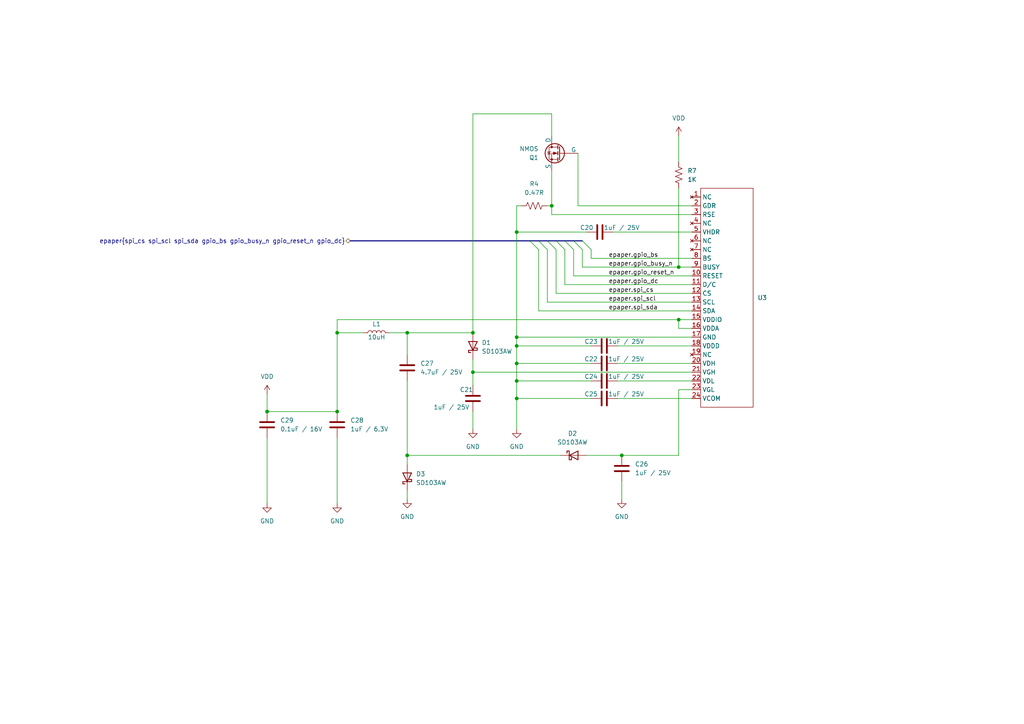
<source format=kicad_sch>
(kicad_sch (version 20230121) (generator eeschema)
  (paper "A4")
  (lib_symbols
    (symbol "Device:C" (pin_numbers hide) (pin_names (offset 0.254))
      (property "Reference" "C" (at 0.635 2.54 0))
      (property "Value" "C" (at 0.635 -2.54 0))
      (symbol "C_0_1"
        (polyline (pts (xy -2.032 -0.762) (xy 2.032 -0.762)) (stroke (width 0.508)))
        (polyline (pts (xy -2.032 0.762) (xy 2.032 0.762)) (stroke (width 0.508)))
      )
      (symbol "C_1_1"
        (pin passive line (at 0 3.81 270) (length 2.794) (name "~") (number "1"))
        (pin passive line (at 0 -3.81 90) (length 2.794) (name "~") (number "2"))
      )
    )
    (symbol "Device:R_US" (pin_numbers hide) (pin_names (offset 0))
      (property "Reference" "R" (at 2.54 0 90))
      (property "Value" "R_US" (at -2.54 0 90))
      (symbol "R_US_0_1"
        (polyline (pts (xy 0 -2.286) (xy 0 -2.54)))
        (polyline (pts (xy 0 2.286) (xy 0 2.54)))
        (polyline (pts (xy 0 -0.762) (xy 1.016 -1.143) (xy 0 -1.524) (xy -1.016 -1.905) (xy 0 -2.286)))
        (polyline (pts (xy 0 0.762) (xy 1.016 0.381) (xy 0 0) (xy -1.016 -0.381) (xy 0 -0.762)))
        (polyline (pts (xy 0 2.286) (xy 1.016 1.905) (xy 0 1.524) (xy -1.016 1.143) (xy 0 0.762)))
      )
      (symbol "R_US_1_1"
        (pin passive line (at 0 3.81 270) (length 1.27) (name "~") (number "1"))
        (pin passive line (at 0 -3.81 90) (length 1.27) (name "~") (number "2"))
      )
    )
    (symbol "NoahDisplays:E2154QS0F1"
      (property "Reference" "U" (at 0 0 0))
      (symbol "E2154QS0F1_0_0"
        (pin no_connect line (at 0 0 0) (length 2.54) (name "NC") (number "1"))
        (pin input line (at 0 -22.86 0) (length 2.54) (name "RESET") (number "10"))
        (pin input line (at 0 -25.4 0) (length 2.54) (name "D/C") (number "11"))
        (pin input line (at 0 -27.94 0) (length 2.54) (name "CS") (number "12"))
        (pin input line (at 0 -30.48 0) (length 2.54) (name "SCL") (number "13"))
        (pin input line (at 0 -33.02 0) (length 2.54) (name "SDA") (number "14"))
        (pin power_in line (at 0 -35.56 0) (length 2.54) (name "VDDIO") (number "15"))
        (pin power_in line (at 0 -38.1 0) (length 2.54) (name "VDDA") (number "16"))
        (pin power_in line (at 0 -40.64 0) (length 2.54) (name "GND") (number "17"))
        (pin power_in line (at 0 -43.18 0) (length 2.54) (name "VDDD") (number "18"))
        (pin no_connect line (at 0 -45.72 0) (length 2.54) (name "NC") (number "19"))
        (pin input line (at 0 -2.54 0) (length 2.54) (name "GDR") (number "2"))
        (pin power_in line (at 0 -48.26 0) (length 2.54) (name "VDH") (number "20"))
        (pin power_in line (at 0 -50.8 0) (length 2.54) (name "VGH") (number "21"))
        (pin power_in line (at 0 -53.34 0) (length 2.54) (name "VDL") (number "22"))
        (pin power_in line (at 0 -55.88 0) (length 2.54) (name "VGL") (number "23"))
        (pin power_in line (at 0 -58.42 0) (length 2.54) (name "VCOM") (number "24"))
        (pin input line (at 0 -5.08 0) (length 2.54) (name "RSE") (number "3"))
        (pin no_connect line (at 0 -7.62 0) (length 2.54) (name "NC") (number "4"))
        (pin power_in line (at 0 -10.16 0) (length 2.54) (name "VHDR") (number "5"))
        (pin no_connect line (at 0 -12.7 0) (length 2.54) (name "NC") (number "6"))
        (pin no_connect line (at 0 -15.24 0) (length 2.54) (name "NC") (number "7"))
        (pin power_in line (at 0 -17.78 0) (length 2.54) (name "BS") (number "8"))
        (pin output line (at 0 -20.32 0) (length 2.54) (name "BUSY") (number "9"))
      )
      (symbol "E2154QS0F1_0_1"
        (rectangle (start 2.54 2.54) (end 17.78 -60.96))
      )
    )
    (symbol "NoahLibrary:MCH3478" (pin_numbers hide) (pin_names (offset 0))
      (property "Reference" "Q1" (at 6.35 1.27 0))
      (property "Value" "NMOS" (at 6.35 -1.27 0))
      (symbol "MCH3478_0_1"
        (polyline (pts (xy 0.254 0) (xy -2.54 0)))
        (polyline (pts (xy 0.254 1.905) (xy 0.254 -1.905)) (stroke (width 0.254)))
        (polyline (pts (xy 0.762 -1.27) (xy 0.762 -2.286)) (stroke (width 0.254)))
        (polyline (pts (xy 0.762 0.508) (xy 0.762 -0.508)) (stroke (width 0.254)))
        (polyline (pts (xy 0.762 2.286) (xy 0.762 1.27)) (stroke (width 0.254)))
        (polyline (pts (xy 2.54 2.54) (xy 2.54 1.778)))
        (polyline (pts (xy 2.54 -2.54) (xy 2.54 0) (xy 0.762 0)))
        (polyline (pts (xy 0.762 -1.778) (xy 3.302 -1.778) (xy 3.302 1.778) (xy 0.762 1.778)))
        (polyline (pts (xy 1.016 0) (xy 2.032 0.381) (xy 2.032 -0.381) (xy 1.016 0)) (fill (type outline)))
        (polyline (pts (xy 2.794 0.508) (xy 2.921 0.381) (xy 3.683 0.381) (xy 3.81 0.254)))
        (polyline (pts (xy 3.302 0.381) (xy 2.921 -0.254) (xy 3.683 -0.254) (xy 3.302 0.381)))
        (circle (center 1.651 0) (radius 2.794) (stroke (width 0.254)))
        (circle (center 2.54 -1.778) (radius 0.254) (fill (type outline)))
        (circle (center 2.54 1.778) (radius 0.254) (fill (type outline)))
      )
      (symbol "MCH3478_1_1"
        (pin passive line (at 2.54 5.08 270) (length 2.54) (name "D") (number "1"))
        (pin input line (at -5.08 0 0) (length 2.54) (name "G") (number "2"))
        (pin passive line (at 2.54 -5.08 90) (length 2.54) (name "S") (number "3"))
      )
    )
    (symbol "NoahLibrary:SDR0302-100ML" (pin_numbers hide) (pin_names (offset 1.016) hide)
      (property "Reference" "L" (at -1.27 0 90))
      (property "Value" "L" (at 1.905 0 90))
      (symbol "SDR0302-100ML_0_1"
        (arc (start 0 -2.54) (mid 0.6323 -1.905) (end 0 -1.27))
        (arc (start 0 -1.27) (mid 0.6323 -0.635) (end 0 0))
        (arc (start 0 0) (mid 0.6323 0.635) (end 0 1.27))
        (arc (start 0 1.27) (mid 0.6323 1.905) (end 0 2.54))
      )
      (symbol "SDR0302-100ML_1_1"
        (pin passive line (at 0 3.81 270) (length 1.27) (name "1") (number "1"))
        (pin passive line (at 0 -3.81 90) (length 1.27) (name "2") (number "2"))
      )
    )
    (symbol "NoahLibrary:SS2040FL" (pin_numbers hide) (pin_names (offset 1.016) hide)
      (property "Reference" "D2" (at 0.9525 -2.54 90))
      (property "Value" "SS2040FL" (at -1.5875 -2.54 90))
      (symbol "SS2040FL_0_1"
        (polyline (pts (xy 1.27 0) (xy -1.27 0)))
        (polyline (pts (xy 1.27 1.27) (xy 1.27 -1.27) (xy -1.27 0) (xy 1.27 1.27)) (stroke (width 0.254)))
        (polyline (pts (xy -1.905 0.635) (xy -1.905 1.27) (xy -1.27 1.27) (xy -1.27 -1.27) (xy -0.635 -1.27) (xy -0.635 -0.635)) (stroke (width 0.254)))
      )
      (symbol "SS2040FL_1_1"
        (pin passive line (at -3.81 0 0) (length 2.54) (name "K") (number "1"))
        (pin passive line (at 3.81 0 180) (length 2.54) (name "A") (number "2"))
      )
    )
    (symbol "power:GND" (power) (pin_names (offset 0))
      (property "Value" "GND" (at 0 -3.81 0))
      (symbol "GND_0_1"
        (polyline (pts (xy 0 0) (xy 0 -1.27) (xy 1.27 -1.27) (xy 0 -2.54) (xy -1.27 -1.27) (xy 0 -1.27)))
      )
      (symbol "GND_1_1"
        (pin power_in line (at 0 0 270) (length 0) hide (name "GND") (number "1"))
      )
    )
    (symbol "power:VDD" (power) (pin_names (offset 0))
      (property "Value" "VDD" (at 0 3.81 0))
      (symbol "VDD_0_1"
        (polyline (pts (xy -0.762 1.27) (xy 0 2.54)))
        (polyline (pts (xy 0 0) (xy 0 2.54)))
        (polyline (pts (xy 0 2.54) (xy 0.762 1.27)))
      )
      (symbol "VDD_1_1"
        (pin power_in line (at 0 0 90) (length 0) hide (name "VDD") (number "1"))
      )
    )
  )
  (junction (at 118.11 132.08))
  (junction (at 160.02 59.69))
  (junction (at 97.79 96.52))
  (junction (at 137.16 107.95))
  (junction (at 149.86 105.41))
  (junction (at 149.86 97.79))
  (junction (at 149.86 100.33))
  (junction (at 180.34 132.08))
  (junction (at 196.85 92.71))
  (junction (at 137.16 96.52))
  (junction (at 149.86 110.49))
  (junction (at 196.85 77.47))
  (junction (at 149.86 115.57))
  (junction (at 77.47 119.38))
  (junction (at 149.86 67.31))
  (junction (at 118.11 96.52))
  (junction (at 97.79 119.38))
  (bus_entry (at 168.91 69.85) (size 2.54 2.54))
  (bus_entry (at 161.29 69.85) (size 2.54 2.54))
  (bus_entry (at 156.21 69.85) (size 2.54 2.54))
  (bus_entry (at 158.75 69.85) (size 2.54 2.54))
  (bus_entry (at 163.83 69.85) (size 2.54 2.54))
  (bus_entry (at 153.67 69.85) (size 2.54 2.54))
  (bus_entry (at 166.37 69.85) (size 2.54 2.54))
  (wire (pts (xy 166.37 72.39) (xy 166.37 80.01)))
  (wire (pts (xy 177.8 67.31) (xy 200.66 67.31)))
  (bus (pts (xy 101.6 69.85) (xy 153.67 69.85)))
  (wire (pts (xy 170.18 132.08) (xy 180.34 132.08)))
  (wire (pts (xy 118.11 102.87) (xy 118.11 96.52)))
  (wire (pts (xy 161.29 72.39) (xy 161.29 85.09)))
  (wire (pts (xy 113.03 96.52) (xy 118.11 96.52)))
  (wire (pts (xy 97.79 96.52) (xy 97.79 92.71)))
  (wire (pts (xy 179.07 100.33) (xy 200.66 100.33)))
  (wire (pts (xy 168.91 72.39) (xy 168.91 77.47)))
  (wire (pts (xy 149.86 105.41) (xy 149.86 110.49)))
  (wire (pts (xy 196.85 92.71) (xy 200.66 92.71)))
  (wire (pts (xy 118.11 142.24) (xy 118.11 144.78)))
  (wire (pts (xy 149.86 110.49) (xy 171.45 110.49)))
  (wire (pts (xy 118.11 134.62) (xy 118.11 132.08)))
  (wire (pts (xy 149.86 115.57) (xy 171.45 115.57)))
  (wire (pts (xy 137.16 119.38) (xy 137.16 124.46)))
  (wire (pts (xy 179.07 105.41) (xy 200.66 105.41)))
  (wire (pts (xy 149.86 100.33) (xy 171.45 100.33)))
  (wire (pts (xy 156.21 72.39) (xy 156.21 90.17)))
  (wire (pts (xy 163.83 82.55) (xy 200.66 82.55)))
  (wire (pts (xy 149.86 67.31) (xy 149.86 97.79)))
  (wire (pts (xy 97.79 96.52) (xy 97.79 119.38)))
  (wire (pts (xy 196.85 54.61) (xy 196.85 77.47)))
  (wire (pts (xy 105.41 96.52) (xy 97.79 96.52)))
  (wire (pts (xy 149.86 97.79) (xy 149.86 100.33)))
  (wire (pts (xy 196.85 113.03) (xy 196.85 132.08)))
  (bus (pts (xy 163.83 69.85) (xy 166.37 69.85)))
  (bus (pts (xy 166.37 69.85) (xy 168.91 69.85)))
  (wire (pts (xy 156.21 90.17) (xy 200.66 90.17)))
  (wire (pts (xy 149.86 59.69) (xy 151.13 59.69)))
  (wire (pts (xy 180.34 139.7) (xy 180.34 144.78)))
  (wire (pts (xy 77.47 119.38) (xy 97.79 119.38)))
  (wire (pts (xy 179.07 110.49) (xy 200.66 110.49)))
  (wire (pts (xy 196.85 95.25) (xy 200.66 95.25)))
  (wire (pts (xy 97.79 127) (xy 97.79 146.05)))
  (bus (pts (xy 158.75 69.85) (xy 161.29 69.85)))
  (wire (pts (xy 137.16 33.02) (xy 137.16 96.52)))
  (wire (pts (xy 137.16 107.95) (xy 200.66 107.95)))
  (wire (pts (xy 97.79 92.71) (xy 196.85 92.71)))
  (wire (pts (xy 118.11 96.52) (xy 137.16 96.52)))
  (wire (pts (xy 118.11 132.08) (xy 162.56 132.08)))
  (wire (pts (xy 200.66 113.03) (xy 196.85 113.03)))
  (wire (pts (xy 149.86 105.41) (xy 171.45 105.41)))
  (wire (pts (xy 166.37 80.01) (xy 200.66 80.01)))
  (wire (pts (xy 137.16 107.95) (xy 137.16 111.76)))
  (wire (pts (xy 158.75 87.63) (xy 200.66 87.63)))
  (bus (pts (xy 156.21 69.85) (xy 158.75 69.85)))
  (wire (pts (xy 158.75 59.69) (xy 160.02 59.69)))
  (wire (pts (xy 77.47 127) (xy 77.47 146.05)))
  (wire (pts (xy 137.16 33.02) (xy 160.02 33.02)))
  (wire (pts (xy 160.02 33.02) (xy 160.02 39.37)))
  (wire (pts (xy 149.86 110.49) (xy 149.86 115.57)))
  (wire (pts (xy 160.02 49.53) (xy 160.02 59.69)))
  (wire (pts (xy 196.85 39.37) (xy 196.85 46.99)))
  (wire (pts (xy 171.45 72.39) (xy 171.45 74.93)))
  (wire (pts (xy 168.91 77.47) (xy 196.85 77.47)))
  (wire (pts (xy 149.86 100.33) (xy 149.86 105.41)))
  (wire (pts (xy 149.86 67.31) (xy 170.18 67.31)))
  (wire (pts (xy 196.85 92.71) (xy 196.85 95.25)))
  (wire (pts (xy 196.85 132.08) (xy 180.34 132.08)))
  (wire (pts (xy 77.47 114.3) (xy 77.47 119.38)))
  (wire (pts (xy 200.66 62.23) (xy 160.02 62.23)))
  (bus (pts (xy 161.29 69.85) (xy 163.83 69.85)))
  (wire (pts (xy 179.07 115.57) (xy 200.66 115.57)))
  (wire (pts (xy 161.29 85.09) (xy 200.66 85.09)))
  (wire (pts (xy 149.86 59.69) (xy 149.86 67.31)))
  (wire (pts (xy 158.75 72.39) (xy 158.75 87.63)))
  (wire (pts (xy 149.86 97.79) (xy 200.66 97.79)))
  (wire (pts (xy 160.02 62.23) (xy 160.02 59.69)))
  (wire (pts (xy 171.45 74.93) (xy 200.66 74.93)))
  (wire (pts (xy 149.86 115.57) (xy 149.86 124.46)))
  (wire (pts (xy 163.83 72.39) (xy 163.83 82.55)))
  (bus (pts (xy 153.67 69.85) (xy 156.21 69.85)))
  (wire (pts (xy 200.66 59.69) (xy 167.64 59.69)))
  (wire (pts (xy 118.11 110.49) (xy 118.11 132.08)))
  (wire (pts (xy 167.64 59.69) (xy 167.64 44.45)))
  (wire (pts (xy 137.16 104.14) (xy 137.16 107.95)))
  (wire (pts (xy 196.85 77.47) (xy 200.66 77.47)))
  (label "epaper.gpio_dc" (at 176.53 82.55 0))
  (label "epaper.spi_cs" (at 176.53 85.09 0))
  (label "epaper.gpio_busy_n" (at 176.53 77.47 0))
  (label "epaper.gpio_reset_n" (at 176.53 80.01 0))
  (label "epaper.gpio_bs" (at 176.53 74.93 0))
  (label "epaper.spi_sda" (at 176.53 90.17 0))
  (label "epaper.spi_scl" (at 176.53 87.63 0))
  (hierarchical_label "epaper{spi_cs spi_scl spi_sda gpio_bs gpio_busy_n gpio_reset_n gpio_dc}" (shape bidirectional) (at 101.6 69.85 180))
  (symbol (lib_id "Device:C") (at 173.99 67.31 90) (unit 1)
    (property "Reference" "C20" (at 170.18 66.04 90))
    (property "Value" "1uF / 25V" (at 180.34 66.04 90))
    (property "Footprint" "Capacitor_SMD:C_0603_1608Metric" (effects hide))
    (property "Link To Purchase" "https://www.mouser.com/ProductDetail/TDK/C1608X7R1E105K080AE?qs=nQSIdc08i%252BfyEFRFVNTRxQ%3D%3D" (effects hide))
    (property "Part Number" "CC0603KRX7R8BB105" (effects hide))
    (property "JLCPCB Part #" "C106858" (effects hide))
  )
  (symbol (lib_id "Device:C") (at 137.16 115.57 180) (unit 1)
    (property "Reference" "C21" (at 133.35 113.03 0) (effects (justify right)))
    (property "Value" "1uF / 25V" (at 125.73 118.11 0) (effects (justify right)))
    (property "Footprint" "Capacitor_SMD:C_0603_1608Metric" (effects hide))
    (property "Link To Purchase" "https://www.mouser.com/ProductDetail/TDK/C1608X7R1E105K080AE?qs=nQSIdc08i%252BfyEFRFVNTRxQ%3D%3D" (effects hide))
    (property "Part Number" "CC0603KRX7R8BB105" (effects hide))
    (property "JLCPCB Part #" "C106858" (effects hide))
  )
  (symbol (lib_id "power:VDD") (at 196.85 39.37 0) (unit 1)
    (property "Reference" "#PWR05" (effects hide))
    (property "Value" "VDD" (at 196.85 34.29 0))
  )
  (symbol (lib_id "NoahLibrary:MCH3478") (at 162.56 44.45 0) (mirror y) (unit 1)
    (property "Reference" "Q1" (at 156.21 45.72 0) (effects (justify left)))
    (property "Value" "NMOS" (at 156.21 43.18 0) (effects (justify left)))
    (property "Footprint" "Package_TO_SOT_SMD:SOT-323_SC-70" (effects hide))
    (property "Datasheet" "https://ngspice.sourceforge.io/docs/ngspice-manual.pdf" (effects hide))
    (property "Sim.Device" "NMOS" (effects hide))
    (property "Sim.Type" "VDMOS" (effects hide))
    (property "Sim.Pins" "1=D 2=G 3=S" (effects hide))
    (property "Part Number" "RTF016N05TL" (effects hide))
    (property "Link To Purchase" "https://www.mouser.com/ProductDetail/755-RTF016N05TL" (effects hide))
    (property "JLCPCB Part #" "C3282000" (effects hide))
  )
  (symbol (lib_id "power:GND") (at 137.16 124.46 0) (unit 1)
    (property "Reference" "#PWR017" (effects hide))
    (property "Value" "GND" (at 137.16 129.54 0))
  )
  (symbol (lib_id "Device:C") (at 175.26 100.33 90) (unit 1)
    (property "Reference" "C23" (at 171.45 99.06 90))
    (property "Value" "1uF / 25V" (at 181.61 99.06 90))
    (property "Footprint" "Capacitor_SMD:C_0603_1608Metric" (effects hide))
    (property "Link To Purchase" "https://www.mouser.com/ProductDetail/TDK/C1608X7R1E105K080AE?qs=nQSIdc08i%252BfyEFRFVNTRxQ%3D%3D" (effects hide))
    (property "Part Number" "CC0603KRX7R8BB105" (effects hide))
    (property "JLCPCB Part #" "C106858" (effects hide))
  )
  (symbol (lib_id "Device:C") (at 180.34 135.89 180) (unit 1)
    (property "Reference" "C26" (at 184.15 134.62 0) (effects (justify right)))
    (property "Value" "1uF / 25V" (at 184.15 137.16 0) (effects (justify right)))
    (property "Footprint" "Capacitor_SMD:C_0603_1608Metric" (effects hide))
    (property "Link To Purchase" "https://www.mouser.com/ProductDetail/TDK/C1608X7R1E105K080AE?qs=nQSIdc08i%252BfyEFRFVNTRxQ%3D%3D" (effects hide))
    (property "Part Number" "CC0603KRX7R8BB105" (effects hide))
    (property "JLCPCB Part #" "C106858" (effects hide))
  )
  (symbol (lib_id "NoahLibrary:SS2040FL") (at 137.16 100.33 90) (unit 1)
    (property "Reference" "D1" (at 139.7 99.3775 90) (effects (justify right)))
    (property "Value" "SD103AW" (at 139.7 101.9175 90) (effects (justify right)))
    (property "Footprint" "Diode_SMD:D_SOD-123" (effects hide))
    (property "Part Number" "SD103AW" (effects hide))
    (property "JLCPCB Part #" "C181204" (effects hide))
  )
  (symbol (lib_id "Device:C") (at 97.79 123.19 0) (unit 1)
    (property "Reference" "C28" (at 101.6 121.92 0) (effects (justify left)))
    (property "Value" "1uF / 6.3V" (at 101.6 124.46 0) (effects (justify left)))
    (property "Footprint" "Capacitor_SMD:C_0402_1005Metric" (effects hide))
    (property "Link To Purchase" "https://www.mouser.com/ProductDetail/KYOCERA-AVX/KGM05AR50J105KH?qs=Jm2GQyTW%2Fbh6d600MHZCfA%3D%3D" (effects hide))
    (property "Part Number" "C1005X5R105KCT" (effects hide))
    (property "JLCPCB Part #" "C258509" (effects hide))
  )
  (symbol (lib_id "Device:R_US") (at 154.94 59.69 90) (unit 1)
    (property "Reference" "R4" (at 154.94 53.34 90))
    (property "Value" "0.47R" (at 154.94 55.88 90))
    (property "Footprint" "Resistor_SMD:R_0805_2012Metric" (effects hide))
    (property "Link To Purchase" "https://www.mouser.com/ProductDetail/Panasonic/ERJ-U6QJR47V?qs=5aG0NVq1C4wLyK2PwyO%252BIA%3D%3D" (effects hide))
    (property "Part Number" "ERJ-U6QJR47V" (effects hide))
    (property "JLCPCB Part #" "C491238" (effects hide))
  )
  (symbol (lib_id "NoahLibrary:SS2040FL") (at 166.37 132.08 0) (unit 1)
    (property "Reference" "D2" (at 166.0525 125.73 0))
    (property "Value" "SD103AW" (at 166.0525 128.27 0))
    (property "Footprint" "Diode_SMD:D_SOD-123" (effects hide))
    (property "Part Number" "SD103AW" (effects hide))
    (property "JLCPCB Part #" "C181204" (effects hide))
  )
  (symbol (lib_id "Device:R_US") (at 196.85 50.8 180) (unit 1)
    (property "Reference" "R7" (at 199.39 49.53 0) (effects (justify right)))
    (property "Value" "1K" (at 199.39 52.07 0) (effects (justify right)))
    (property "Footprint" "Resistor_SMD:R_0603_1608Metric" (effects hide))
    (property "Link To Purchase" "https://www.mouser.com/ProductDetail/Vishay-Dale/CRCW06031K00DHEBP?qs=sGAEpiMZZMtlubZbdhIBIEwnecvLzJsplaoLteA%252BENo%3D" (effects hide))
    (property "Part Number" "AC0603JR-071KL" (effects hide))
    (property "JLCPCB Part #" "C144622" (effects hide))
    (instances (project "Clock1_v3" (path "" (reference "R7") (unit 1)) (path "" (reference "R1") (unit 1))))
  )
  (symbol (lib_id "NoahLibrary:SS2040FL") (at 118.11 138.43 90) (unit 1)
    (property "Reference" "D3" (at 120.65 137.4775 90) (effects (justify right)))
    (property "Value" "SD103AW" (at 120.65 140.0175 90) (effects (justify right)))
    (property "Footprint" "Diode_SMD:D_SOD-123" (effects hide))
    (property "Part Number" "SD103AW" (effects hide))
    (property "JLCPCB Part #" "C181204" (effects hide))
  )
  (symbol (lib_id "power:GND") (at 77.47 146.05 0) (unit 1)
    (property "Reference" "#PWR021" (effects hide))
    (property "Value" "GND" (at 77.47 151.13 0))
  )
  (symbol (lib_id "NoahLibrary:SDR0302-100ML") (at 109.22 96.52 90) (unit 1)
    (property "Reference" "L1" (at 109.22 93.98 90))
    (property "Value" "10uH" (at 109.22 97.79 90))
    (property "Footprint" "Inductor_SMD:L_Ferrocore_DLG-0302" (effects hide))
    (property "Link To Purchase" "https://www.mouser.com/ProductDetail/Bourns/SDR0302-100ML?qs=%2FPiZ59IM4y3hIwSiSJTdWg%3D%3D" (effects hide))
    (property "Part Number" "CD32YP0302-100M" (effects hide))
    (property "JLCPCB Part #" "C492261" (effects hide))
  )
  (symbol (lib_id "power:VDD") (at 77.47 114.3 0) (unit 1)
    (property "Reference" "#PWR022" (effects hide))
    (property "Value" "VDD" (at 77.47 109.22 0))
  )
  (symbol (lib_id "power:GND") (at 180.34 144.78 0) (unit 1)
    (property "Reference" "#PWR018" (effects hide))
    (property "Value" "GND" (at 180.34 149.86 0))
  )
  (symbol (lib_id "Device:C") (at 175.26 105.41 90) (unit 1)
    (property "Reference" "C22" (at 171.45 104.14 90))
    (property "Value" "1uF / 25V" (at 181.61 104.14 90))
    (property "Footprint" "Capacitor_SMD:C_0603_1608Metric" (effects hide))
    (property "Link To Purchase" "https://www.mouser.com/ProductDetail/TDK/C1608X7R1E105K080AE?qs=nQSIdc08i%252BfyEFRFVNTRxQ%3D%3D" (effects hide))
    (property "Part Number" "CC0603KRX7R8BB105" (effects hide))
    (property "JLCPCB Part #" "C106858" (effects hide))
  )
  (symbol (lib_id "power:GND") (at 149.86 124.46 0) (unit 1)
    (property "Reference" "#PWR016" (effects hide))
    (property "Value" "GND" (at 149.86 129.54 0))
  )
  (symbol (lib_id "Device:C") (at 77.47 123.19 0) (unit 1)
    (property "Reference" "C29" (at 81.28 121.92 0) (effects (justify left)))
    (property "Value" "0.1uF / 16V" (at 81.28 124.46 0) (effects (justify left)))
    (property "Footprint" "Capacitor_SMD:C_0402_1005Metric" (effects hide))
    (property "Link To Purchase" "https://www.mouser.com/ProductDetail/TAIYO-YUDEN/MSASE063SB5104KFNA01?qs=tlsG%2FOw5FFjCNflFa%252BdvhA%3D%3D" (effects hide))
    (property "Part Number" "V105K0402X5R160NBT" (effects hide))
    (property "JLCPCB Part #" "C3009903" (effects hide))
  )
  (symbol (lib_id "NoahDisplays:E2154QS0F1") (at 200.66 57.15 0) (unit 1)
    (property "Reference" "U3" (at 219.71 86.36 0) (effects (justify left)))
    (property "Value" "~" (at 200.66 57.15 0))
    (property "Footprint" "NoahFootprintLib:KH-FG0.5-H2.0-24PIN" (effects hide))
    (property "Datasheet" "https://www.mouser.com/datasheet/2/1089/Pervasive_display_7_7_2023_1P364_00_01_E2154QS0F1_-3225712.pdf; https://cdn.amphenol-cs.com/media/wysiwyg/files/drawing/f34g.pdf" (effects hide))
    (property "Link To Purchase" "https://www.mouser.com/ProductDetail/Pervasive-Displays/E2154QS0F1?qs=1Kr7Jg1SGW%2FIuaQ7Mtxwxg%3D%3D, https://www.mouser.com/ProductDetail/Amphenol-Aorora/F34G-1A7Q1-E8C24?qs=11PymoJGorK92cO6qHcfCw%3D%3D" (effects hide))
    (property "Part Number" "KH-FG0.5-H2.0-24PIN" (effects hide))
    (property "JLCPCB Part #" "C2797213" (effects hide))
  )
  (symbol (lib_id "Device:C") (at 175.26 110.49 90) (unit 1)
    (property "Reference" "C24" (at 171.45 109.22 90))
    (property "Value" "1uF / 25V" (at 181.61 109.22 90))
    (property "Footprint" "Capacitor_SMD:C_0603_1608Metric" (effects hide))
    (property "Link To Purchase" "https://www.mouser.com/ProductDetail/TDK/C1608X7R1E105K080AE?qs=nQSIdc08i%252BfyEFRFVNTRxQ%3D%3D" (effects hide))
    (property "Part Number" "CC0603KRX7R8BB105" (effects hide))
    (property "JLCPCB Part #" "C106858" (effects hide))
  )
  (symbol (lib_id "power:GND") (at 118.11 144.78 0) (unit 1)
    (property "Reference" "#PWR019" (effects hide))
    (property "Value" "GND" (at 118.11 149.86 0))
  )
  (symbol (lib_id "Device:C") (at 175.26 115.57 90) (unit 1)
    (property "Reference" "C25" (at 171.45 114.3 90))
    (property "Value" "1uF / 25V" (at 181.61 114.3 90))
    (property "Footprint" "Capacitor_SMD:C_0603_1608Metric" (effects hide))
    (property "Link To Purchase" "https://www.mouser.com/ProductDetail/TDK/C1608X7R1E105K080AE?qs=nQSIdc08i%252BfyEFRFVNTRxQ%3D%3D" (effects hide))
    (property "Part Number" "CC0603KRX7R8BB105" (effects hide))
    (property "JLCPCB Part #" "C106858" (effects hide))
  )
  (symbol (lib_id "Device:C") (at 118.11 106.68 0) (unit 1)
    (property "Reference" "C27" (at 121.92 105.41 0) (effects (justify left)))
    (property "Value" "4.7uF / 25V" (at 121.92 107.95 0) (effects (justify left)))
    (property "Footprint" "Capacitor_SMD:C_0603_1608Metric" (effects hide))
    (property "Link To Purchase" "https://www.mouser.com/ProductDetail/TDK/C1608X5R1E475K080AC?qs=dfay7wIA1uHUGZGvnFtOyQ%3D%3D" (effects hide))
    (property "Part Number" "C1608X5R1E475KT000E" (effects hide))
    (property "JLCPCB Part #" "C76615" (effects hide))
  )
  (symbol (lib_id "power:GND") (at 97.79 146.05 0) (unit 1)
    (property "Reference" "#PWR020" (effects hide))
    (property "Value" "GND" (at 97.79 151.13 0))
  )
)
</source>
